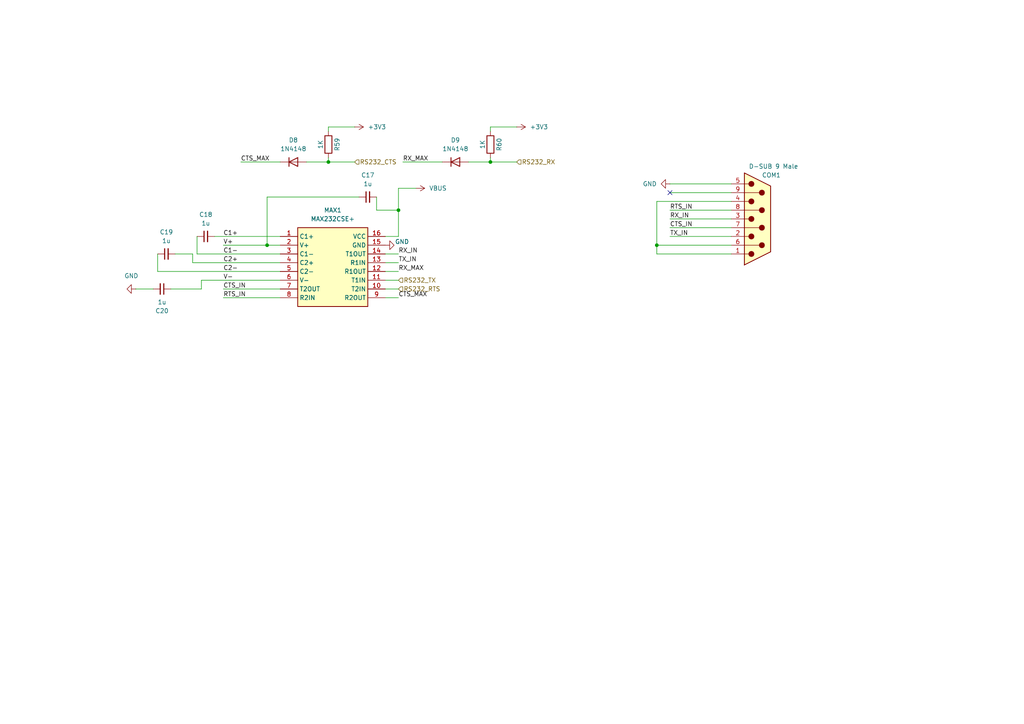
<source format=kicad_sch>
(kicad_sch (version 20250114) (generator "eeschema") (generator_version "9.0")
  (paper "A4")
  (title_block (title "FRANK M1") (date "2025-03-03") (rev "1.14") (company "Mikhail Matveev") (comment 1 "https://github.com/xtremespb/frank"))
  (lib_symbols
    (symbol "Device:C_Small" (pin_numbers (hide yes)) (pin_names (offset 0.254) (hide yes))
      (property "Reference" "C" (at 0.254 1.778 0))
      (property "Value" "C_Small" (at 0.254 -2.032 0))
      (symbol "C_Small_0_1"
        (polyline (pts (xy -1.524 0.508) (xy 1.524 0.508)) (stroke (width 0.3048)))
        (polyline (pts (xy -1.524 -0.508) (xy 1.524 -0.508)) (stroke (width 0.3302)))
      )
      (symbol "C_Small_1_1"
        (pin passive line (at 0 2.54 270) (length 2.032) (name "~") (number "1"))
        (pin passive line (at 0 -2.54 90) (length 2.032) (name "~") (number "2"))
      )
    )
    (symbol "Device:R" (pin_numbers (hide yes)) (pin_names (offset 0))
      (property "Reference" "R" (at 2.032 0 90))
      (property "Value" "R" (at 0 0 90))
      (symbol "R_0_1"
        (rectangle (start -1.016 -2.54) (end 1.016 2.54) (stroke (width 0.254)))
      )
      (symbol "R_1_1"
        (pin passive line (at 0 3.81 270) (length 1.27) (name "~") (number "1"))
        (pin passive line (at 0 -3.81 90) (length 1.27) (name "~") (number "2"))
      )
    )
    (symbol "Diode:1N4148" (pin_numbers (hide yes)) (pin_names (hide yes))
      (property "Reference" "D" (at 0 2.54 0))
      (property "Value" "1N4148" (at 0 -2.54 0))
      (symbol "1N4148_0_1"
        (polyline (pts (xy -1.27 1.27) (xy -1.27 -1.27)) (stroke (width 0.254)))
        (polyline (pts (xy 1.27 1.27) (xy 1.27 -1.27) (xy -1.27 0) (xy 1.27 1.27)) (stroke (width 0.254)))
        (polyline (pts (xy 1.27 0) (xy -1.27 0)))
      )
      (symbol "1N4148_1_1"
        (pin passive line (at -3.81 0 0) (length 2.54) (name "K") (number "1"))
        (pin passive line (at 3.81 0 180) (length 2.54) (name "A") (number "2"))
      )
    )
    (symbol "FRANK:DB9_Male_Small" (pin_names (offset 1.016) (hide yes))
      (property "Reference" "JOY1" (at 1.27 12.7 0))
      (symbol "DB9_Male_Small_0_1"
        (polyline (pts (xy -3.81 10.16) (xy -2.54 10.16)))
        (polyline (pts (xy -3.81 7.62) (xy 0.508 7.62)))
        (polyline (pts (xy -3.81 5.08) (xy -2.54 5.08)))
        (polyline (pts (xy -3.81 2.54) (xy 0.508 2.54)))
        (polyline (pts (xy -3.81 0) (xy -2.54 0)))
        (polyline (pts (xy -3.81 -2.54) (xy 0.508 -2.54)))
        (polyline (pts (xy -3.81 -5.08) (xy -2.54 -5.08)))
        (polyline (pts (xy -3.81 -7.62) (xy 0.508 -7.62)))
        (polyline (pts (xy -3.81 -10.16) (xy -2.54 -10.16)))
        (polyline (pts (xy -3.81 -13.335) (xy -3.81 13.335) (xy 3.81 9.525) (xy 3.81 -9.525) (xy -3.81 -13.335)) (stroke (width 0.254)) (fill (type background)))
        (circle (center -1.778 10.16) (radius 0.762) (fill (type outline)))
        (circle (center -1.778 5.08) (radius 0.762) (fill (type outline)))
        (circle (center -1.778 0) (radius 0.762) (fill (type outline)))
        (circle (center -1.778 -5.08) (radius 0.762) (fill (type outline)))
        (circle (center -1.778 -10.16) (radius 0.762) (fill (type outline)))
        (circle (center 1.27 7.62) (radius 0.762) (fill (type outline)))
        (circle (center 1.27 2.54) (radius 0.762) (fill (type outline)))
        (circle (center 1.27 -2.54) (radius 0.762) (fill (type outline)))
        (circle (center 1.27 -7.62) (radius 0.762) (fill (type outline)))
      )
      (symbol "DB9_Male_Small_1_1"
        (pin passive line (at -7.62 10.16 0) (length 3.81) (name "5") (number "5"))
        (pin passive line (at -7.62 7.62 0) (length 3.81) (name "9") (number "9"))
        (pin passive line (at -7.62 5.08 0) (length 3.81) (name "4") (number "4"))
        (pin passive line (at -7.62 2.54 0) (length 3.81) (name "8") (number "8"))
        (pin passive line (at -7.62 0 0) (length 3.81) (name "3") (number "3"))
        (pin passive line (at -7.62 -2.54 0) (length 3.81) (name "7") (number "7"))
        (pin passive line (at -7.62 -5.08 0) (length 3.81) (name "2") (number "2"))
        (pin passive line (at -7.62 -7.62 0) (length 3.81) (name "6") (number "6"))
        (pin passive line (at -7.62 -10.16 0) (length 3.81) (name "1") (number "1"))
      )
    )
    (symbol "FRANK:MAX232CSE+"
      (property "Reference" "MAX1" (at 15.24 7.62 0))
      (property "Value" "MAX232CSE+" (at 15.24 5.08 0))
      (symbol "MAX232CSE+_1_1"
        (rectangle (start 5.08 2.54) (end 25.4 -20.32) (stroke (width 0.254)) (fill (type background)))
        (pin passive line (at 0 0 0) (length 5.08) (name "C1+") (number "1"))
        (pin passive line (at 0 -2.54 0) (length 5.08) (name "V+") (number "2"))
        (pin passive line (at 0 -5.08 0) (length 5.08) (name "C1-") (number "3"))
        (pin passive line (at 0 -7.62 0) (length 5.08) (name "C2+") (number "4"))
        (pin passive line (at 0 -10.16 0) (length 5.08) (name "C2-") (number "5"))
        (pin passive line (at 0 -12.7 0) (length 5.08) (name "V-") (number "6"))
        (pin passive line (at 0 -15.24 0) (length 5.08) (name "T2OUT") (number "7"))
        (pin passive line (at 0 -17.78 0) (length 5.08) (name "R2IN") (number "8"))
        (pin passive line (at 30.48 0 180) (length 5.08) (name "VCC") (number "16"))
        (pin passive line (at 30.48 -2.54 180) (length 5.08) (name "GND") (number "15"))
        (pin passive line (at 30.48 -5.08 180) (length 5.08) (name "T1OUT") (number "14"))
        (pin passive line (at 30.48 -7.62 180) (length 5.08) (name "R1IN") (number "13"))
        (pin passive line (at 30.48 -10.16 180) (length 5.08) (name "R1OUT") (number "12"))
        (pin passive line (at 30.48 -12.7 180) (length 5.08) (name "T1IN") (number "11"))
        (pin passive line (at 30.48 -15.24 180) (length 5.08) (name "T2IN") (number "10"))
        (pin passive line (at 30.48 -17.78 180) (length 5.08) (name "R2OUT") (number "9"))
      )
    )
    (symbol "GND_2" (power) (pin_numbers (hide yes)) (pin_names (offset 0) (hide yes))
      (property "Value" "GND" (at 0 -3.81 0))
      (symbol "GND_2_0_1"
        (polyline (pts (xy 0 0) (xy 0 -1.27) (xy 1.27 -1.27) (xy 0 -2.54) (xy -1.27 -1.27) (xy 0 -1.27)))
      )
      (symbol "GND_2_1_1"
        (pin power_in line (at 0 0 270) (length 0) (name "~") (number "1"))
      )
    )
    (symbol "GND_3" (power) (pin_numbers (hide yes)) (pin_names (offset 0) (hide yes))
      (property "Value" "GND" (at 0 -3.81 0))
      (symbol "GND_3_0_1"
        (polyline (pts (xy 0 0) (xy 0 -1.27) (xy 1.27 -1.27) (xy 0 -2.54) (xy -1.27 -1.27) (xy 0 -1.27)))
      )
      (symbol "GND_3_1_1"
        (pin power_in line (at 0 0 270) (length 0) (name "~") (number "1"))
      )
    )
    (symbol "GND_7" (power) (pin_numbers (hide yes)) (pin_names (offset 0) (hide yes))
      (property "Value" "GND" (at 0 -3.81 0))
      (symbol "GND_7_0_1"
        (polyline (pts (xy 0 0) (xy 0 -1.27) (xy 1.27 -1.27) (xy 0 -2.54) (xy -1.27 -1.27) (xy 0 -1.27)))
      )
      (symbol "GND_7_1_1"
        (pin power_in line (at 0 0 270) (length 0) (name "~") (number "1"))
      )
    )
    (symbol "power:+3V3" (power) (pin_numbers (hide yes)) (pin_names (offset 0) (hide yes))
      (property "Value" "+3V3" (at 0 3.556 0))
      (symbol "+3V3_0_1"
        (polyline (pts (xy -0.762 1.27) (xy 0 2.54)))
        (polyline (pts (xy 0 2.54) (xy 0.762 1.27)))
        (polyline (pts (xy 0 0) (xy 0 2.54)))
      )
      (symbol "+3V3_1_1"
        (pin power_in line (at 0 0 90) (length 0) (name "~") (number "1"))
      )
    )
    (symbol "power:VBUS" (power) (pin_numbers (hide yes)) (pin_names (offset 0) (hide yes))
      (property "Value" "VBUS" (at 0 3.556 0))
      (symbol "VBUS_0_1"
        (polyline (pts (xy -0.762 1.27) (xy 0 2.54)))
        (polyline (pts (xy 0 2.54) (xy 0.762 1.27)))
        (polyline (pts (xy 0 0) (xy 0 2.54)))
      )
      (symbol "VBUS_1_1"
        (pin power_in line (at 0 0 90) (length 0) (name "~") (number "1"))
      )
    )
  )
  (junction (at 95.25 46.99))
  (junction (at 142.24 46.99))
  (junction (at 190.5 71.12))
  (junction (at 115.57 60.96))
  (junction (at 77.47 71.12))
  (no_connect (at 194.31 55.88))
  (wire (pts (xy 194.31 68.58) (xy 212.09 68.58)))
  (wire (pts (xy 111.76 83.82) (xy 115.57 83.82)))
  (wire (pts (xy 111.76 78.74) (xy 115.57 78.74)))
  (wire (pts (xy 194.31 63.5) (xy 212.09 63.5)))
  (wire (pts (xy 58.42 83.82) (xy 58.42 81.28)))
  (wire (pts (xy 190.5 73.66) (xy 190.5 71.12)))
  (wire (pts (xy 44.45 83.82) (xy 39.37 83.82)))
  (wire (pts (xy 58.42 81.28) (xy 81.28 81.28)))
  (wire (pts (xy 142.24 36.83) (xy 142.24 38.1)))
  (wire (pts (xy 109.22 60.96) (xy 109.22 57.15)))
  (wire (pts (xy 45.72 78.74) (xy 81.28 78.74)))
  (wire (pts (xy 49.53 83.82) (xy 58.42 83.82)))
  (wire (pts (xy 62.23 68.58) (xy 81.28 68.58)))
  (wire (pts (xy 190.5 71.12) (xy 190.5 58.42)))
  (wire (pts (xy 190.5 58.42) (xy 212.09 58.42)))
  (wire (pts (xy 95.25 45.72) (xy 95.25 46.99)))
  (wire (pts (xy 116.84 46.99) (xy 128.27 46.99)))
  (wire (pts (xy 135.89 46.99) (xy 142.24 46.99)))
  (wire (pts (xy 111.76 68.58) (xy 115.57 68.58)))
  (wire (pts (xy 190.5 71.12) (xy 212.09 71.12)))
  (wire (pts (xy 50.8 73.66) (xy 55.88 73.66)))
  (wire (pts (xy 115.57 54.61) (xy 120.65 54.61)))
  (wire (pts (xy 95.25 46.99) (xy 102.87 46.99)))
  (wire (pts (xy 77.47 57.15) (xy 77.47 71.12)))
  (wire (pts (xy 57.15 68.58) (xy 57.15 73.66)))
  (wire (pts (xy 57.15 73.66) (xy 81.28 73.66)))
  (wire (pts (xy 55.88 73.66) (xy 55.88 76.2)))
  (wire (pts (xy 111.76 86.36) (xy 115.57 86.36)))
  (wire (pts (xy 55.88 76.2) (xy 81.28 76.2)))
  (wire (pts (xy 102.87 36.83) (xy 95.25 36.83)))
  (wire (pts (xy 194.31 53.34) (xy 212.09 53.34)))
  (wire (pts (xy 149.86 36.83) (xy 142.24 36.83)))
  (wire (pts (xy 45.72 73.66) (xy 45.72 78.74)))
  (wire (pts (xy 64.77 86.36) (xy 81.28 86.36)))
  (wire (pts (xy 64.77 83.82) (xy 81.28 83.82)))
  (wire (pts (xy 64.77 71.12) (xy 77.47 71.12)))
  (wire (pts (xy 95.25 36.83) (xy 95.25 38.1)))
  (wire (pts (xy 77.47 71.12) (xy 81.28 71.12)))
  (wire (pts (xy 104.14 57.15) (xy 77.47 57.15)))
  (wire (pts (xy 88.9 46.99) (xy 95.25 46.99)))
  (wire (pts (xy 142.24 45.72) (xy 142.24 46.99)))
  (wire (pts (xy 194.31 55.88) (xy 212.09 55.88)))
  (wire (pts (xy 142.24 46.99) (xy 149.86 46.99)))
  (wire (pts (xy 111.76 73.66) (xy 115.57 73.66)))
  (wire (pts (xy 111.76 76.2) (xy 115.57 76.2)))
  (wire (pts (xy 190.5 73.66) (xy 212.09 73.66)))
  (wire (pts (xy 115.57 60.96) (xy 115.57 54.61)))
  (wire (pts (xy 194.31 60.96) (xy 212.09 60.96)))
  (wire (pts (xy 115.57 60.96) (xy 115.57 68.58)))
  (wire (pts (xy 111.76 81.28) (xy 115.57 81.28)))
  (wire (pts (xy 69.85 46.99) (xy 81.28 46.99)))
  (wire (pts (xy 109.22 60.96) (xy 115.57 60.96)))
  (wire (pts (xy 194.31 66.04) (xy 212.09 66.04)))
  (label "CTS_MAX" (at 115.57 86.36 0))
  (label "RX_IN" (at 115.57 73.66 0))
  (label "CTS_IN" (at 64.77 83.82 0))
  (label "CTS_MAX" (at 69.85 46.99 0))
  (label "RX_MAX" (at 116.84 46.99 0))
  (label "TX_IN" (at 194.31 68.58 0))
  (label "C1-" (at 64.77 73.66 0))
  (label "V-" (at 64.77 81.28 0))
  (label "RTS_IN" (at 194.31 60.96 0))
  (label "C2-" (at 64.77 78.74 0))
  (label "RX_MAX" (at 115.57 78.74 0))
  (label "C1+" (at 64.77 68.58 0))
  (label "RTS_IN" (at 64.77 86.36 0))
  (label "C2+" (at 64.77 76.2 0))
  (label "CTS_IN" (at 194.31 66.04 0))
  (label "TX_IN" (at 115.57 76.2 0))
  (label "RX_IN" (at 194.31 63.5 0))
  (label "V+" (at 64.77 71.12 0))
  (hierarchical_label "RS232_RX" (shape input) (at 149.86 46.99 0))
  (hierarchical_label "RS232_CTS" (shape input) (at 102.87 46.99 0))
  (hierarchical_label "RS232_RTS" (shape input) (at 115.57 83.82 0))
  (hierarchical_label "RS232_TX" (shape input) (at 115.57 81.28 0))
  (symbol (lib_id "Device:C_Small") (at 59.69 68.58 90) (unit 1)
    (property "Reference" "C18" (at 59.6963 62.23 90))
    (property "Value" "1u" (at 59.6963 64.77 90))
    (property "Footprint" "FRANK:Capacitor (0805)" (effects (hide yes)))
    (property "Datasheet" "https://eu.mouser.com/datasheet/2/447/KEM_C1075_X7R_HT_SMD-3316221.pdf" (effects (hide yes)))
    (property "Description" "Unpolarized capacitor, small symbol" (effects (hide yes)))
    (property "AliExpress" "https://www.aliexpress.com/item/33008008276.html" (effects (hide yes)))
  )
  (symbol (lib_id "power:+3V3") (at 102.87 36.83 270) (unit 1)
    (property "Reference" "#PWR077" (effects (hide yes)))
    (property "Value" "+3V3" (at 106.68 36.8299 90) (effects (justify left)))
    (property "Description" "Power symbol creates a global label with name \"+3V3\"" (effects (hide yes)))
  )
  (symbol (lib_id "power:VBUS") (at 120.65 54.61 270) (unit 1)
    (property "Reference" "#PWR080" (effects (hide yes)))
    (property "Value" "VBUS" (at 124.46 54.6099 90) (effects (justify left)))
    (property "Description" "Power symbol creates a global label with name \"VBUS\"" (effects (hide yes)))
  )
  (symbol (lib_id "Device:C_Small") (at 48.26 73.66 90) (unit 1)
    (property "Reference" "C19" (at 48.2663 67.31 90))
    (property "Value" "1u" (at 48.2663 69.85 90))
    (property "Footprint" "FRANK:Capacitor (0805)" (effects (hide yes)))
    (property "Datasheet" "https://eu.mouser.com/datasheet/2/447/KEM_C1075_X7R_HT_SMD-3316221.pdf" (effects (hide yes)))
    (property "Description" "Unpolarized capacitor, small symbol" (effects (hide yes)))
    (property "AliExpress" "https://www.aliexpress.com/item/33008008276.html" (effects (hide yes)))
  )
  (symbol (lib_id "Device:C_Small") (at 106.68 57.15 90) (unit 1)
    (property "Reference" "C17" (at 106.6863 50.8 90))
    (property "Value" "1u" (at 106.6863 53.34 90))
    (property "Footprint" "FRANK:Capacitor (0805)" (effects (hide yes)))
    (property "Datasheet" "https://eu.mouser.com/datasheet/2/447/KEM_C1075_X7R_HT_SMD-3316221.pdf" (effects (hide yes)))
    (property "Description" "Unpolarized capacitor, small symbol" (effects (hide yes)))
    (property "AliExpress" "https://www.aliexpress.com/item/33008008276.html" (effects (hide yes)))
  )
  (symbol (lib_id "power:+3V3") (at 149.86 36.83 270) (unit 1)
    (property "Reference" "#PWR078" (effects (hide yes)))
    (property "Value" "+3V3" (at 153.67 36.8299 90) (effects (justify left)))
    (property "Description" "Power symbol creates a global label with name \"+3V3\"" (effects (hide yes)))
  )
  (symbol (lib_id "Device:R") (at 142.24 41.91 180) (unit 1)
    (property "Reference" "R60" (at 144.78 41.91 90))
    (property "Value" "1K" (at 139.954 41.91 90))
    (property "Footprint" "FRANK:Resistor (0805)" (effects (hide yes)))
    (property "Datasheet" "https://www.vishay.com/docs/28952/mcs0402at-mct0603at-mcu0805at-mca1206at.pdf" (effects (hide yes)))
    (property "AliExpress" "https://www.aliexpress.com/item/1005005945735199.html" (effects (hide yes)))
  )
  (symbol (lib_id "Device:C_Small") (at 46.99 83.82 270) (unit 1)
    (property "Reference" "C20" (at 46.99 90.17 90))
    (property "Value" "1u" (at 46.99 87.63 90))
    (property "Footprint" "FRANK:Capacitor (0805)" (effects (hide yes)))
    (property "Datasheet" "https://eu.mouser.com/datasheet/2/447/KEM_C1075_X7R_HT_SMD-3316221.pdf" (effects (hide yes)))
    (property "Description" "Unpolarized capacitor, small symbol" (effects (hide yes)))
    (property "AliExpress" "https://www.aliexpress.com/item/33008008276.html" (effects (hide yes)))
  )
  (symbol (lib_name "GND_3") (lib_id "power:GND") (at 194.31 53.34 270) (unit 1)
    (property "Reference" "#PWR079" (effects (hide yes)))
    (property "Value" "GND" (at 190.5 53.3399 90) (effects (justify right)))
    (property "Description" "Power symbol creates a global label with name \"GND\" , ground" (effects (hide yes)))
  )
  (symbol (lib_id "Diode:1N4148") (at 132.08 46.99 0) (unit 1)
    (property "Reference" "D9" (at 132.08 40.64 0))
    (property "Value" "1N4148" (at 132.08 43.18 0))
    (property "Footprint" "FRANK:Diode (SOD-323)" (effects (hide yes)))
    (property "Datasheet" "https://www.vishay.com/docs/85748/1n4148w.pdf" (effects (hide yes)))
    (property "Description" "100V 0.15A standard switching diode, DO-35" (effects (hide yes)))
    (property "Sim.Device" "D" (effects (hide yes)))
    (property "Sim.Pins" "1=K 2=A" (effects (hide yes)))
    (property "AliExpress" "https://www.aliexpress.com/item/1005005707644429.html" (effects (hide yes)))
  )
  (symbol (lib_id "FRANK:MAX232CSE+") (at 81.28 68.58 0) (unit 1)
    (property "Reference" "MAX1" (at 96.52 60.96 0))
    (property "Value" "MAX232CSE+" (at 96.52 63.5 0))
    (property "Footprint" "FRANK:SOIC127P600X175-16N" (effects (hide yes)))
    (property "Datasheet" "http://datasheets.maximintegrated.com/en/ds/MAX220-MAX249.pdf" (effects (hide yes)))
    (property "Description" "MAX232CSE+, Line Transceiver, EIA/TIA-232-E, RS-232, V.24, V.28 2-TX 2-RX 2-TRX, 5V, 16-Pin SOIC" (effects (hide yes)))
    (property "Height" "1.75" (effects (hide yes)))
    (property "Mouser Part Number" "700-MAX232CSE" (effects (hide yes)))
    (property "Mouser Price/Stock" "https://www.mouser.co.uk/ProductDetail/Analog-Devices-Maxim-Integrated/MAX232CSE%2b?qs=1THa7WoU59E0tHinO%252BHrBQ%3D%3D" (effects (hide yes)))
    (property "Manufacturer_Name" "Analog Devices" (effects (hide yes)))
    (property "Manufacturer_Part_Number" "MAX232CSE+" (effects (hide yes)))
    (property "AliExpress" "https://www.aliexpress.com/item/1005006286473801.html" (effects (hide yes)))
  )
  (symbol (lib_name "GND_7") (lib_id "power:GND") (at 39.37 83.82 270) (unit 1)
    (property "Reference" "#PWR082" (effects (hide yes)))
    (property "Value" "GND" (at 38.1 80.01 90))
    (property "Description" "Power symbol creates a global label with name \"GND\" , ground" (effects (hide yes)))
  )
  (symbol (lib_id "Device:R") (at 95.25 41.91 180) (unit 1)
    (property "Reference" "R59" (at 97.79 41.91 90))
    (property "Value" "1K" (at 92.964 41.91 90))
    (property "Footprint" "FRANK:Resistor (0805)" (effects (hide yes)))
    (property "Datasheet" "https://www.vishay.com/docs/28952/mcs0402at-mct0603at-mcu0805at-mca1206at.pdf" (effects (hide yes)))
    (property "AliExpress" "https://www.aliexpress.com/item/1005005945735199.html" (effects (hide yes)))
  )
  (symbol (lib_name "GND_2") (lib_id "power:GND") (at 111.76 71.12 90) (unit 1)
    (property "Reference" "#PWR081" (effects (hide yes)))
    (property "Value" "GND" (at 114.554 70.104 90) (effects (justify right)))
    (property "Description" "Power symbol creates a global label with name \"GND\" , ground" (effects (hide yes)))
  )
  (symbol (lib_id "Diode:1N4148") (at 85.09 46.99 0) (unit 1)
    (property "Reference" "D8" (at 85.09 40.64 0))
    (property "Value" "1N4148" (at 85.09 43.18 0))
    (property "Footprint" "FRANK:Diode (SOD-323)" (effects (hide yes)))
    (property "Datasheet" "https://www.vishay.com/docs/85748/1n4148w.pdf" (effects (hide yes)))
    (property "Description" "100V 0.15A standard switching diode, DO-35" (effects (hide yes)))
    (property "Sim.Device" "D" (effects (hide yes)))
    (property "Sim.Pins" "1=K 2=A" (effects (hide yes)))
    (property "AliExpress" "https://www.aliexpress.com/item/1005005707644429.html" (effects (hide yes)))
  )
  (symbol (lib_id "FRANK:DB9_Male_Small") (at 219.71 63.5 0) (unit 1)
    (property "Reference" "COM1" (at 220.98 50.8 0) (effects (justify left)))
    (property "Value" "D-SUB 9 Male" (at 217.17 48.26 0) (effects (justify left)))
    (property "Footprint" "FRANK:D-SUB (9 pin, male, top mount)" (effects (hide yes)))
    (property "Datasheet" "https://eu.mouser.com/datasheet/2/578/original-3313093.pdf" (effects (hide yes)))
    (property "AliExpress" "https://www.aliexpress.com/item/4001214300548.html" (effects (hide yes)))
  )
)
</source>
